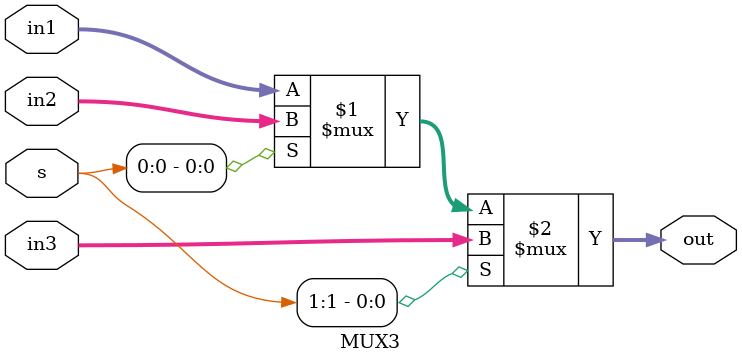
<source format=v>
`timescale 1ns/1ns

module MUX3 #(parameter size = 8) (input [size-1:0] in1 , in2 ,in3, input[1:0] s, output [size-1:0] out );
  assign out = s[1] ? in3 : s[0] ? in2 : in1;
endmodule

</source>
